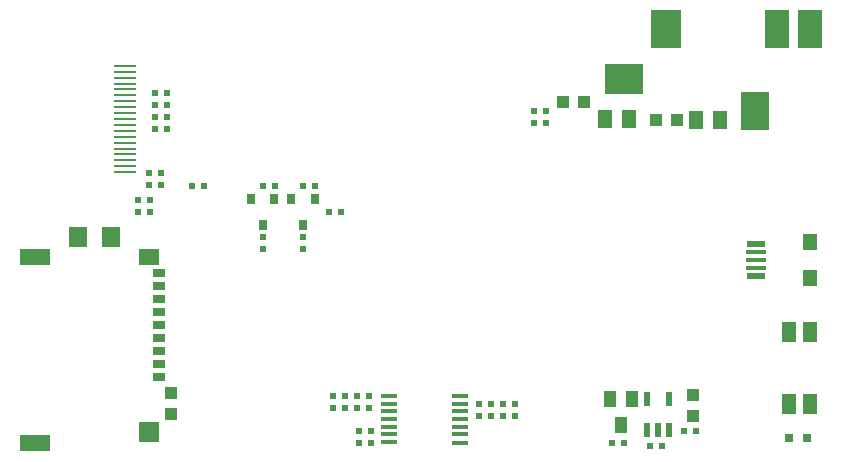
<source format=gbr>
%TF.GenerationSoftware,KiCad,Pcbnew,5.1.5+dfsg1-2build2*%
%TF.CreationDate,2021-04-22T16:13:23+03:00*%
%TF.ProjectId,RP2040-PICO-PC_rev_B,52503230-3430-42d5-9049-434f2d50435f,A*%
%TF.SameCoordinates,Original*%
%TF.FileFunction,Paste,Top*%
%TF.FilePolarity,Positive*%
%FSLAX46Y46*%
G04 Gerber Fmt 4.6, Leading zero omitted, Abs format (unit mm)*
G04 Created by KiCad (PCBNEW 5.1.5+dfsg1-2build2) date 2021-04-22 16:13:23*
%MOMM*%
%LPD*%
G04 APERTURE LIST*
%ADD10R,0.500000X0.550000*%
%ADD11R,0.800000X0.900000*%
%ADD12R,2.000000X3.200000*%
%ADD13R,2.600000X3.200000*%
%ADD14R,2.400000X3.200000*%
%ADD15R,3.200000X2.600000*%
%ADD16R,0.550000X0.500000*%
%ADD17R,1.000000X1.400000*%
%ADD18R,1.016000X1.016000*%
%ADD19R,1.600000X1.800000*%
%ADD20R,1.980000X0.230000*%
%ADD21R,0.800000X0.800000*%
%ADD22R,0.550000X1.200000*%
%ADD23R,1.650000X0.500000*%
%ADD24R,1.721120X0.396120*%
%ADD25R,1.254000X1.354000*%
%ADD26R,1.270000X1.524000*%
%ADD27R,1.270000X1.778000*%
%ADD28R,1.100000X0.700000*%
%ADD29R,1.800000X1.400000*%
%ADD30R,1.800000X1.800000*%
%ADD31R,2.600000X1.400000*%
%ADD32R,1.400000X0.325000*%
G04 APERTURE END LIST*
D10*
%TO.C,R28*%
X143383000Y-116205000D03*
X142367000Y-116205000D03*
%TD*%
%TO.C,R26*%
X146812000Y-116205000D03*
X145796000Y-116205000D03*
%TD*%
%TO.C,R25*%
X136398000Y-116205000D03*
X137414000Y-116205000D03*
%TD*%
%TO.C,R6*%
X148971000Y-118364000D03*
X147955000Y-118364000D03*
%TD*%
D11*
%TO.C,FET3*%
X143367000Y-117264000D03*
X141367000Y-117264000D03*
X142367000Y-119464000D03*
%TD*%
%TO.C,FET2*%
X146796000Y-117264000D03*
X144796000Y-117264000D03*
X145796000Y-119464000D03*
%TD*%
D12*
%TO.C,AUDIO_JACK_1*%
X188737000Y-102899000D03*
D13*
X176537000Y-102899000D03*
D14*
X184037000Y-109799000D03*
D15*
X172937000Y-107099000D03*
D12*
X185937000Y-102899000D03*
%TD*%
D16*
%TO.C,R3*%
X142367000Y-120523000D03*
X142367000Y-121539000D03*
%TD*%
%TO.C,R2*%
X145796000Y-120523000D03*
X145796000Y-121539000D03*
%TD*%
D17*
%TO.C,FET1*%
X173669960Y-134172960D03*
X171767500Y-134172960D03*
X172722540Y-136382760D03*
%TD*%
D16*
%TO.C,R7*%
X132842000Y-118364000D03*
X132842000Y-117348000D03*
%TD*%
D10*
%TO.C,R13*%
X134239000Y-111379000D03*
X133223000Y-111379000D03*
%TD*%
%TO.C,R10*%
X133223000Y-108331000D03*
X134239000Y-108331000D03*
%TD*%
D16*
%TO.C,R12*%
X132715000Y-116078000D03*
X132715000Y-115062000D03*
%TD*%
%TO.C,R11*%
X131826000Y-117348000D03*
X131826000Y-118364000D03*
%TD*%
D10*
%TO.C,R9*%
X133223000Y-110363000D03*
X134239000Y-110363000D03*
%TD*%
D16*
%TO.C,R8*%
X133731000Y-116078000D03*
X133731000Y-115062000D03*
%TD*%
D10*
%TO.C,R14*%
X133223000Y-109347000D03*
X134239000Y-109347000D03*
%TD*%
D18*
%TO.C,C1*%
X134620000Y-135509000D03*
X134620000Y-133731000D03*
%TD*%
D19*
%TO.C,FUSE1*%
X129543000Y-120459500D03*
X126743000Y-120459500D03*
%TD*%
D20*
%TO.C,HDMI1*%
X130718000Y-114990000D03*
X130718000Y-114490000D03*
X130718000Y-113990000D03*
X130718000Y-113490000D03*
X130718000Y-112990000D03*
X130718000Y-112490000D03*
X130718000Y-111990000D03*
X130718000Y-111490000D03*
X130718000Y-110990000D03*
X130718000Y-110490000D03*
X130718000Y-109990000D03*
X130718000Y-109490000D03*
X130718000Y-108990000D03*
X130718000Y-108490000D03*
X130718000Y-107990000D03*
X130718000Y-107490000D03*
X130718000Y-106990000D03*
X130718000Y-106490000D03*
X130718000Y-105990000D03*
%TD*%
D18*
%TO.C,C2*%
X178816000Y-133858000D03*
X178816000Y-135636000D03*
%TD*%
D21*
%TO.C,LED1*%
X186944000Y-137541000D03*
X188468000Y-137541000D03*
%TD*%
D10*
%TO.C,R1*%
X171958000Y-137922000D03*
X172974000Y-137922000D03*
%TD*%
%TO.C,R4*%
X175133000Y-138176000D03*
X176149000Y-138176000D03*
%TD*%
%TO.C,R5*%
X179070000Y-136906000D03*
X178054000Y-136906000D03*
%TD*%
D22*
%TO.C,U1*%
X174881500Y-136809000D03*
X175831500Y-136809000D03*
X176781500Y-136809000D03*
X174881500Y-134209000D03*
X176781500Y-134209000D03*
%TD*%
D23*
%TO.C,USB1*%
X184175000Y-123815500D03*
D24*
X184175000Y-123078000D03*
X184175000Y-122428000D03*
X184175000Y-121778000D03*
D23*
X184175000Y-121040500D03*
D25*
X188725000Y-123928000D03*
X188725000Y-120928000D03*
%TD*%
D26*
%TO.C,C3*%
X171323000Y-110490000D03*
X173355000Y-110490000D03*
%TD*%
D16*
%TO.C,C4*%
X163703000Y-134620000D03*
X163703000Y-135636000D03*
%TD*%
%TO.C,C5*%
X151511000Y-137922000D03*
X151511000Y-136906000D03*
%TD*%
%TO.C,C6*%
X148336000Y-135001000D03*
X148336000Y-133985000D03*
%TD*%
D26*
%TO.C,C7*%
X181102000Y-110617000D03*
X179070000Y-110617000D03*
%TD*%
D18*
%TO.C,R16*%
X167767000Y-109093000D03*
X169545000Y-109093000D03*
%TD*%
D10*
%TO.C,R17*%
X162687000Y-135636000D03*
X161671000Y-135636000D03*
%TD*%
%TO.C,R18*%
X162687000Y-134620000D03*
X161671000Y-134620000D03*
%TD*%
%TO.C,R19*%
X149352000Y-135001000D03*
X150368000Y-135001000D03*
%TD*%
%TO.C,R20*%
X149352000Y-133985000D03*
X150368000Y-133985000D03*
%TD*%
D18*
%TO.C,R21*%
X175641000Y-110617000D03*
X177419000Y-110617000D03*
%TD*%
D16*
%TO.C,R22*%
X151384000Y-133985000D03*
X151384000Y-135001000D03*
%TD*%
%TO.C,R23*%
X160655000Y-135636000D03*
X160655000Y-134620000D03*
%TD*%
%TO.C,R24*%
X150495000Y-137922000D03*
X150495000Y-136906000D03*
%TD*%
D27*
%TO.C,RST1*%
X188722000Y-134620000D03*
X188722000Y-128524000D03*
X186944000Y-128524000D03*
X186944000Y-134620000D03*
%TD*%
D28*
%TO.C,MICRO_SD1*%
X133615000Y-132298000D03*
X133615000Y-131198000D03*
X133615000Y-130098000D03*
X133615000Y-128998000D03*
X133615000Y-127898000D03*
X133615000Y-126798000D03*
X133615000Y-125698000D03*
X133615000Y-124598000D03*
X133615000Y-123498000D03*
D29*
X132735000Y-122198000D03*
D30*
X132735000Y-136998000D03*
D31*
X123135000Y-137898000D03*
X123135000Y-122198000D03*
%TD*%
D10*
%TO.C,R15*%
X166370000Y-109855000D03*
X165354000Y-109855000D03*
%TD*%
%TO.C,R27*%
X166370000Y-110871000D03*
X165354000Y-110871000D03*
%TD*%
D32*
%TO.C,U3*%
X153083000Y-137840000D03*
X153083000Y-137190000D03*
X153083000Y-136540000D03*
X153083000Y-135890000D03*
X153083000Y-135240000D03*
X153083000Y-134590000D03*
X153083000Y-133940000D03*
X159083000Y-133940000D03*
X159083000Y-134590000D03*
X159083000Y-135240000D03*
X159083000Y-135890000D03*
X159083000Y-136540000D03*
X159083000Y-137190000D03*
X159083000Y-137890000D03*
%TD*%
M02*

</source>
